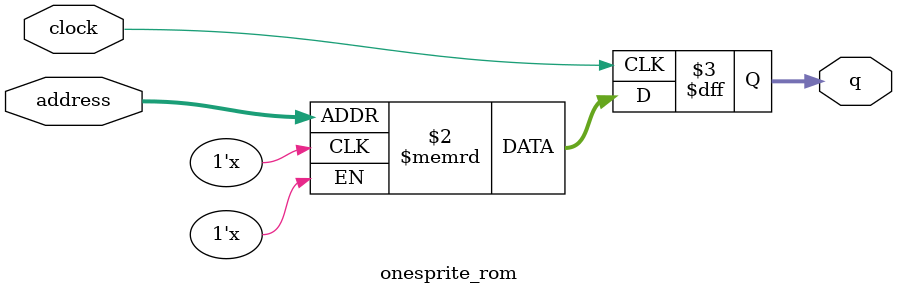
<source format=sv>
module onesprite_rom (
	input logic clock,
	input logic [7:0] address,
	output logic [3:0] q
);

logic [3:0] memory [0:241] /* synthesis ram_init_file = "./onesprite/onesprite.mif" */;

always_ff @ (posedge clock) begin
	q <= memory[address];
end

endmodule

</source>
